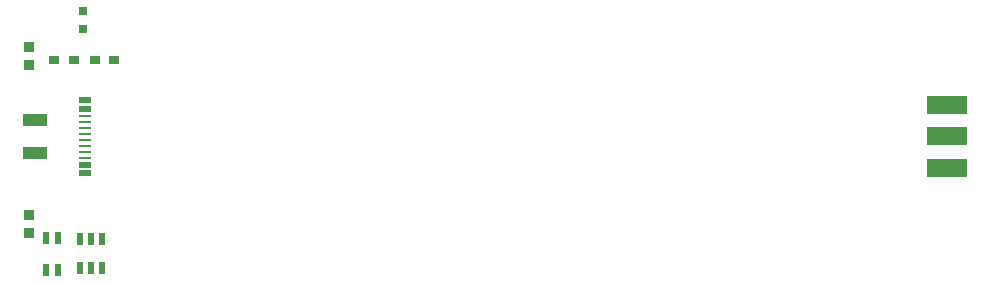
<source format=gtp>
G04*
G04 #@! TF.GenerationSoftware,Altium Limited,Altium Designer,22.11.1 (43)*
G04*
G04 Layer_Color=8421504*
%FSLAX25Y25*%
%MOIN*%
G70*
G04*
G04 #@! TF.SameCoordinates,6F2D09EA-FD7B-4BD8-B8BB-3870161F1110*
G04*
G04*
G04 #@! TF.FilePolarity,Positive*
G04*
G01*
G75*
%ADD16R,0.03937X0.02047*%
%ADD17R,0.03937X0.01063*%
%ADD18R,0.07874X0.03937*%
%ADD19R,0.13780X0.05906*%
%ADD20R,0.03150X0.03150*%
%ADD21R,0.03740X0.02756*%
%ADD22R,0.03347X0.03347*%
%ADD23R,0.02362X0.04331*%
%ADD24R,0.02362X0.04331*%
D16*
X23035Y74193D02*
D03*
Y49784D02*
D03*
Y71240D02*
D03*
Y52736D02*
D03*
D17*
Y68878D02*
D03*
Y55098D02*
D03*
Y66909D02*
D03*
Y64941D02*
D03*
Y62972D02*
D03*
Y61004D02*
D03*
Y59035D02*
D03*
Y57067D02*
D03*
D18*
X6500Y67500D02*
D03*
Y56476D02*
D03*
D19*
X310500Y62130D02*
D03*
Y51500D02*
D03*
Y72760D02*
D03*
D20*
X22500Y98047D02*
D03*
Y103953D02*
D03*
D21*
X12752Y87500D02*
D03*
X19248D02*
D03*
X26252D02*
D03*
X32748D02*
D03*
D22*
X4500Y36051D02*
D03*
Y29949D02*
D03*
Y85949D02*
D03*
Y92051D02*
D03*
D23*
X21260Y18158D02*
D03*
X25000D02*
D03*
X28740D02*
D03*
Y28000D02*
D03*
X21260D02*
D03*
X25000D02*
D03*
D24*
X10031Y28315D02*
D03*
Y17685D02*
D03*
X13969D02*
D03*
Y28315D02*
D03*
M02*

</source>
